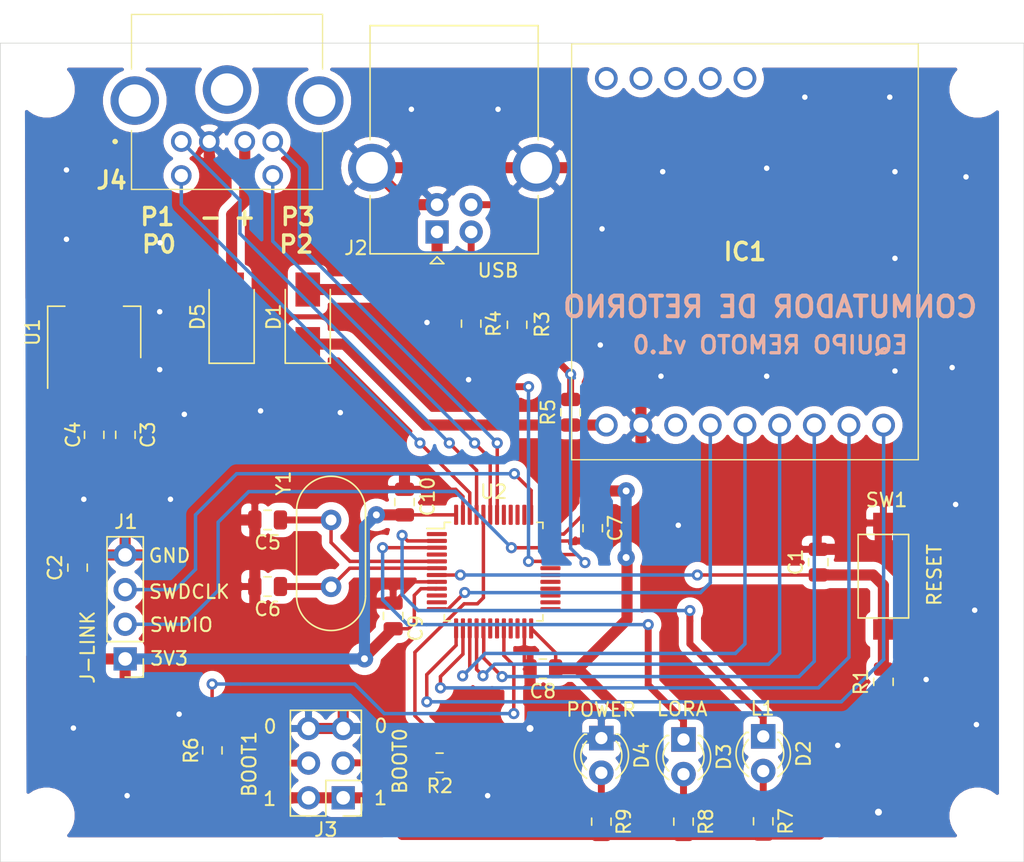
<source format=kicad_pcb>
(kicad_pcb (version 20171130) (host pcbnew "(5.1.5)-3")
  (layers (0 F.Cu signal) (31 B.Cu signal) (34 B.Paste user hide) (35 F.Paste user hide) (36 B.SilkS user) (37 F.SilkS user) (38 B.Mask user) (39 F.Mask user) (44 Edge.Cuts user))
  (net 0 "")
  (net 1 GND)
  (net 2 /RESET)
  (net 3 +3V3)
  (net 4 +5V)
  (net 5 /OSCIN)
  (net 6 /OSCOUT)
  (net 7 "Net-(D1-Pad2)")
  (net 8 "Net-(D2-Pad2)")
  (net 9 /L1)
  (net 10 "Net-(D3-Pad2)")
  (net 11 /L2)
  (net 12 "Net-(D4-Pad2)")
  (net 13 "Net-(IC1-Pad3)")
  (net 14 /INT)
  (net 15 /SCK)
  (net 16 /MISO)
  (net 17 /MOSI)
  (net 18 /NSS)
  (net 19 /RST)
  (net 20 "Net-(IC1-Pad10)")
  (net 21 "Net-(IC1-Pad11)")
  (net 22 "Net-(IC1-Pad12)")
  (net 23 "Net-(IC1-Pad13)")
  (net 24 "Net-(IC1-Pad14)")
  (net 25 /SWDCLK)
  (net 26 /SWDIO)
  (net 27 "Net-(J2-Pad3)")
  (net 28 "Net-(J2-Pad2)")
  (net 29 "Net-(J3-Pad4)")
  (net 30 "Net-(J3-Pad3)")
  (net 31 /P1)
  (net 32 /P2)
  (net 33 /P0)
  (net 34 /P3)
  (net 35 /BOOT0)
  (net 36 /PA12)
  (net 37 /PA11)
  (net 38 /BOOT1)
  (net 39 "Net-(U2-Pad41)")
  (net 40 "Net-(U2-Pad40)")
  (net 41 "Net-(U2-Pad39)")
  (net 42 "Net-(U2-Pad38)")
  (net 43 "Net-(U2-Pad31)")
  (net 44 "Net-(U2-Pad30)")
  (net 45 "Net-(U2-Pad29)")
  (net 46 "Net-(U2-Pad28)")
  (net 47 "Net-(U2-Pad27)")
  (net 48 "Net-(U2-Pad26)")
  (net 49 "Net-(U2-Pad25)")
  (net 50 "Net-(U2-Pad22)")
  (net 51 "Net-(U2-Pad21)")
  (net 52 "Net-(U2-Pad19)")
  (net 53 "Net-(U2-Pad18)")
  (net 54 "Net-(U2-Pad11)")
  (net 55 "Net-(U2-Pad10)")
  (net 56 "Net-(U2-Pad4)")
  (net 57 "Net-(U2-Pad1)")
  (net 58 "Net-(D5-Pad2)")
  (module Button_Switch_SMD:SW_SPST_CK_RS282G05A3 (layer F.Cu) (at 89.70264 64.0588 270)
    (fp_text reference SW1 (at -5.58292 -0.23368 180) (layer F.SilkS))
    (fp_text value SW_Reset)
    (pad 2 smd rect (at 3.9 0 270) (size 1.5 1.5) (layers F.Cu F.Paste F.Mask) (net 2 /RESET))
    (pad 1 smd rect (at -3.9 0 270) (size 1.5 1.5) (layers F.Cu F.Paste F.Mask) (net 1 GND))
  )
  (module Diode_SMD:D_SMA (layer F.Cu) (at 41.9481 45.05706 90)
    (fp_text reference D5 (at 0 -2.5 90) (layer F.SilkS))
    (fp_text value SS14)
    (pad 2 smd rect (at 2 0 90) (size 2.5 1.8) (layers F.Cu F.Paste F.Mask) (net 58 "Net-(D5-Pad2)"))
    (pad 1 smd rect (at -2 0 90) (size 2.5 1.8) (layers F.Cu F.Paste F.Mask) (net 4 +5V))
  )
  (module MountingHole:MountingHole_3mm (layer F.Cu) (at 96.6 28.4 180)
    (fp_text reference H4 hide)
    (fp_text value MountingHole hide)
    (pad "" np_thru_hole circle (at 0 -0.0032 180) (size 3 3) (drill 3) (layers *.Cu *.Mask))
  )
  (module MountingHole:MountingHole_3mm (layer F.Cu) (at 96.6 81.6)
    (fp_text reference H3 hide)
    (fp_text value MountingHole hide)
    (pad 1 np_thru_hole circle (at 0 0) (size 3 3) (drill 3) (layers *.Cu *.Mask))
  )
  (module MountingHole:MountingHole_3mm (layer F.Cu) (at 28.4 81.6)
    (fp_text reference H2 hide)
    (fp_text value MountingHole hide)
    (pad "" np_thru_hole circle (at -0.0072 0.0002) (size 3 3) (drill 3) (layers *.Cu *.Mask))
  )
  (module MountingHole:MountingHole_3mm (layer F.Cu) (at 28.4 28.4 180)
    (fp_text reference H1 hide)
    (fp_text value MountingHole hide)
    (pad 1 np_thru_hole circle (at 0 0 180) (size 3 3) (drill 3) (layers *.Cu *.Mask))
  )
  (module Crystal:Crystal_HC18-U_Vertical (layer F.Cu) (at 49.23282 59.93638 270)
    (fp_text reference Y1 (at -2.6924 3.4798 90) (layer F.SilkS))
    (fp_text value 8MHz)
    (pad 2 thru_hole circle (at 4.9 0 270) (size 1.5 1.5) (drill 0.8) (layers *.Cu *.Mask) (net 6 /OSCOUT))
    (pad 1 thru_hole circle (at 0 0 270) (size 1.5 1.5) (drill 0.8) (layers *.Cu *.Mask) (net 5 /OSCIN))
  )
  (module Package_QFP:LQFP-48_7x7mm_P0.5mm (layer F.Cu) (at 61.14542 63.72098)
    (fp_text reference U2 (at 0 -5.85) (layer F.SilkS))
    (fp_text value STM32F103C8Tx)
    (pad 48 smd roundrect (at -2.75 -4.1625) (size 0.3 1.475) (layers F.Cu F.Paste F.Mask) (net 3 +3V3))
    (pad 47 smd roundrect (at -2.25 -4.1625) (size 0.3 1.475) (layers F.Cu F.Paste F.Mask) (net 1 GND))
    (pad 46 smd roundrect (at -1.75 -4.1625) (size 0.3 1.475) (layers F.Cu F.Paste F.Mask) (net 33 /P0))
    (pad 45 smd roundrect (at -1.25 -4.1625) (size 0.3 1.475) (layers F.Cu F.Paste F.Mask) (net 31 /P1))
    (pad 44 smd roundrect (at -0.75 -4.1625) (size 0.3 1.475) (layers F.Cu F.Paste F.Mask) (net 35 /BOOT0))
    (pad 43 smd roundrect (at -0.25 -4.1625) (size 0.3 1.475) (layers F.Cu F.Paste F.Mask) (net 32 /P2))
    (pad 42 smd roundrect (at 0.25 -4.1625) (size 0.3 1.475) (layers F.Cu F.Paste F.Mask) (net 34 /P3))
    (pad 41 smd roundrect (at 0.75 -4.1625) (size 0.3 1.475) (layers F.Cu F.Paste F.Mask) (net 39 "Net-(U2-Pad41)"))
    (pad 40 smd roundrect (at 1.25 -4.1625) (size 0.3 1.475) (layers F.Cu F.Paste F.Mask) (net 40 "Net-(U2-Pad40)"))
    (pad 39 smd roundrect (at 1.75 -4.1625) (size 0.3 1.475) (layers F.Cu F.Paste F.Mask) (net 41 "Net-(U2-Pad39)"))
    (pad 38 smd roundrect (at 2.25 -4.1625) (size 0.3 1.475) (layers F.Cu F.Paste F.Mask) (net 42 "Net-(U2-Pad38)"))
    (pad 37 smd roundrect (at 2.75 -4.1625) (size 0.3 1.475) (layers F.Cu F.Paste F.Mask) (net 25 /SWDCLK))
    (pad 36 smd roundrect (at 4.1625 -2.75) (size 1.475 0.3) (layers F.Cu F.Paste F.Mask) (net 3 +3V3))
    (pad 35 smd roundrect (at 4.1625 -2.25) (size 1.475 0.3) (layers F.Cu F.Paste F.Mask) (net 1 GND))
    (pad 34 smd roundrect (at 4.1625 -1.75) (size 1.475 0.3) (layers F.Cu F.Paste F.Mask) (net 26 /SWDIO))
    (pad 33 smd roundrect (at 4.1625 -1.25) (size 1.475 0.3) (layers F.Cu F.Paste F.Mask) (net 36 /PA12))
    (pad 32 smd roundrect (at 4.1625 -0.75) (size 1.475 0.3) (layers F.Cu F.Paste F.Mask) (net 37 /PA11))
    (pad 31 smd roundrect (at 4.1625 -0.25) (size 1.475 0.3) (layers F.Cu F.Paste F.Mask) (net 43 "Net-(U2-Pad31)"))
    (pad 30 smd roundrect (at 4.1625 0.25) (size 1.475 0.3) (layers F.Cu F.Paste F.Mask) (net 44 "Net-(U2-Pad30)"))
    (pad 29 smd roundrect (at 4.1625 0.75) (size 1.475 0.3) (layers F.Cu F.Paste F.Mask) (net 45 "Net-(U2-Pad29)"))
    (pad 28 smd roundrect (at 4.1625 1.25) (size 1.475 0.3) (layers F.Cu F.Paste F.Mask) (net 46 "Net-(U2-Pad28)"))
    (pad 27 smd roundrect (at 4.1625 1.75) (size 1.475 0.3) (layers F.Cu F.Paste F.Mask) (net 47 "Net-(U2-Pad27)"))
    (pad 26 smd roundrect (at 4.1625 2.25) (size 1.475 0.3) (layers F.Cu F.Paste F.Mask) (net 48 "Net-(U2-Pad26)"))
    (pad 25 smd roundrect (at 4.1625 2.75) (size 1.475 0.3) (layers F.Cu F.Paste F.Mask) (net 49 "Net-(U2-Pad25)"))
    (pad 24 smd roundrect (at 2.75 4.1625) (size 0.3 1.475) (layers F.Cu F.Paste F.Mask) (net 3 +3V3))
    (pad 23 smd roundrect (at 2.25 4.1625) (size 0.3 1.475) (layers F.Cu F.Paste F.Mask) (net 1 GND))
    (pad 22 smd roundrect (at 1.75 4.1625) (size 0.3 1.475) (layers F.Cu F.Paste F.Mask) (net 50 "Net-(U2-Pad22)"))
    (pad 21 smd roundrect (at 1.25 4.1625) (size 0.3 1.475) (layers F.Cu F.Paste F.Mask) (net 51 "Net-(U2-Pad21)"))
    (pad 20 smd roundrect (at 0.75 4.1625) (size 0.3 1.475) (layers F.Cu F.Paste F.Mask) (net 38 /BOOT1))
    (pad 19 smd roundrect (at 0.25 4.1625) (size 0.3 1.475) (layers F.Cu F.Paste F.Mask) (net 52 "Net-(U2-Pad19)"))
    (pad 18 smd roundrect (at -0.25 4.1625) (size 0.3 1.475) (layers F.Cu F.Paste F.Mask) (net 53 "Net-(U2-Pad18)"))
    (pad 17 smd roundrect (at -0.75 4.1625) (size 0.3 1.475) (layers F.Cu F.Paste F.Mask) (net 17 /MOSI))
    (pad 16 smd roundrect (at -1.25 4.1625) (size 0.3 1.475) (layers F.Cu F.Paste F.Mask) (net 16 /MISO))
    (pad 15 smd roundrect (at -1.75 4.1625) (size 0.3 1.475) (layers F.Cu F.Paste F.Mask) (net 15 /SCK))
    (pad 14 smd roundrect (at -2.25 4.1625) (size 0.3 1.475) (layers F.Cu F.Paste F.Mask) (net 18 /NSS))
    (pad 13 smd roundrect (at -2.75 4.1625) (size 0.3 1.475) (layers F.Cu F.Paste F.Mask) (net 19 /RST))
    (pad 12 smd roundrect (at -4.1625 2.75) (size 1.475 0.3) (layers F.Cu F.Paste F.Mask) (net 14 /INT))
    (pad 11 smd roundrect (at -4.1625 2.25) (size 1.475 0.3) (layers F.Cu F.Paste F.Mask) (net 54 "Net-(U2-Pad11)"))
    (pad 10 smd roundrect (at -4.1625 1.75) (size 1.475 0.3) (layers F.Cu F.Paste F.Mask) (net 55 "Net-(U2-Pad10)"))
    (pad 9 smd roundrect (at -4.1625 1.25) (size 1.475 0.3) (layers F.Cu F.Paste F.Mask) (net 3 +3V3))
    (pad 8 smd roundrect (at -4.1625 0.75) (size 1.475 0.3) (layers F.Cu F.Paste F.Mask) (net 1 GND))
    (pad 7 smd roundrect (at -4.1625 0.25) (size 1.475 0.3) (layers F.Cu F.Paste F.Mask) (net 2 /RESET))
    (pad 6 smd roundrect (at -4.1625 -0.25) (size 1.475 0.3) (layers F.Cu F.Paste F.Mask) (net 6 /OSCOUT))
    (pad 5 smd roundrect (at -4.1625 -0.75) (size 1.475 0.3) (layers F.Cu F.Paste F.Mask) (net 5 /OSCIN))
    (pad 4 smd roundrect (at -4.1625 -1.25) (size 1.475 0.3) (layers F.Cu F.Paste F.Mask) (net 56 "Net-(U2-Pad4)"))
    (pad 3 smd roundrect (at -4.1625 -1.75) (size 1.475 0.3) (layers F.Cu F.Paste F.Mask) (net 11 /L2))
    (pad 2 smd roundrect (at -4.1625 -2.25) (size 1.475 0.3) (layers F.Cu F.Paste F.Mask) (net 9 /L1))
    (pad 1 smd roundrect (at -4.1625 -2.75) (size 1.475 0.3) (layers F.Cu F.Paste F.Mask) (net 57 "Net-(U2-Pad1)"))
  )
  (module Package_TO_SOT_SMD:SOT-223-3_TabPin2 (layer F.Cu) (at 31.877 46.18482 90)
    (fp_text reference U1 (at 0 -4.5 90) (layer F.SilkS))
    (fp_text value AMS1117-3.3)
    (pad 1 smd rect (at -3.15 -2.3 90) (size 2 1.5) (layers F.Cu F.Paste F.Mask) (net 1 GND))
    (pad 3 smd rect (at -3.15 2.3 90) (size 2 1.5) (layers F.Cu F.Paste F.Mask) (net 4 +5V))
    (pad 2 smd rect (at -3.15 0 90) (size 2 1.5) (layers F.Cu F.Paste F.Mask) (net 3 +3V3))
    (pad 2 smd rect (at 3.15 0 90) (size 2 3.8) (layers F.Cu F.Paste F.Mask) (net 3 +3V3))
  )
  (module Resistor_SMD:R_0805_2012Metric (layer F.Cu) (at 69.0372 82.042 270)
    (fp_text reference R9 (at 0 -1.65 90) (layer F.SilkS))
    (fp_text value 1K)
    (pad 2 smd roundrect (at 0.9375 0 270) (size 0.975 1.4) (layers F.Cu F.Paste F.Mask) (net 3 +3V3))
    (pad 1 smd roundrect (at -0.9375 0 270) (size 0.975 1.4) (layers F.Cu F.Paste F.Mask) (net 12 "Net-(D4-Pad2)"))
  )
  (module Resistor_SMD:R_0805_2012Metric (layer F.Cu) (at 75.057 82.042 270)
    (fp_text reference R8 (at 0 -1.65 90) (layer F.SilkS))
    (fp_text value 1K)
    (pad 2 smd roundrect (at 0.9375 0 270) (size 0.975 1.4) (layers F.Cu F.Paste F.Mask) (net 3 +3V3))
    (pad 1 smd roundrect (at -0.9375 0 270) (size 0.975 1.4) (layers F.Cu F.Paste F.Mask) (net 10 "Net-(D3-Pad2)"))
  )
  (module Resistor_SMD:R_0805_2012Metric (layer F.Cu) (at 80.899 82.0166 270)
    (fp_text reference R7 (at 0 -1.65 90) (layer F.SilkS))
    (fp_text value 1K)
    (pad 2 smd roundrect (at 0.9375 0 270) (size 0.975 1.4) (layers F.Cu F.Paste F.Mask) (net 3 +3V3))
    (pad 1 smd roundrect (at -0.9375 0 270) (size 0.975 1.4) (layers F.Cu F.Paste F.Mask) (net 8 "Net-(D2-Pad2)"))
  )
  (module Resistor_SMD:R_0805_2012Metric (layer F.Cu) (at 40.53332 76.8223 270)
    (fp_text reference R6 (at 0.00762 1.55702 90) (layer F.SilkS))
    (fp_text value 100K)
    (pad 2 smd roundrect (at 0.9375 0 270) (size 0.975 1.4) (layers F.Cu F.Paste F.Mask) (net 29 "Net-(J3-Pad4)"))
    (pad 1 smd roundrect (at -0.9375 0 270) (size 0.975 1.4) (layers F.Cu F.Paste F.Mask) (net 38 /BOOT1))
  )
  (module Resistor_SMD:R_0805_2012Metric (layer F.Cu) (at 66.78168 52.0446 90)
    (fp_text reference R5 (at 0 -1.65 90) (layer F.SilkS))
    (fp_text value 10K)
    (pad 2 smd roundrect (at 0.9375 0 90) (size 0.975 1.4) (layers F.Cu F.Paste F.Mask) (net 36 /PA12))
    (pad 1 smd roundrect (at -0.9375 0 90) (size 0.975 1.4) (layers F.Cu F.Paste F.Mask) (net 4 +5V))
  )
  (module Resistor_SMD:R_0805_2012Metric (layer F.Cu) (at 59.4995 45.55236 270)
    (fp_text reference R4 (at 0 -1.65 90) (layer F.SilkS))
    (fp_text value 20R)
    (pad 2 smd roundrect (at 0.9375 0 270) (size 0.975 1.4) (layers F.Cu F.Paste F.Mask) (net 37 /PA11))
    (pad 1 smd roundrect (at -0.9375 0 270) (size 0.975 1.4) (layers F.Cu F.Paste F.Mask) (net 28 "Net-(J2-Pad2)"))
  )
  (module Resistor_SMD:R_0805_2012Metric (layer F.Cu) (at 62.865 45.63364 90)
    (fp_text reference R3 (at 0.0254 1.8288 90) (layer F.SilkS))
    (fp_text value 20R)
    (pad 2 smd roundrect (at 0.9375 0 90) (size 0.975 1.4) (layers F.Cu F.Paste F.Mask) (net 27 "Net-(J2-Pad3)"))
    (pad 1 smd roundrect (at -0.9375 0 90) (size 0.975 1.4) (layers F.Cu F.Paste F.Mask) (net 36 /PA12))
  )
  (module Resistor_SMD:R_0805_2012Metric (layer F.Cu) (at 57.18556 77.73162)
    (fp_text reference R2 (at 0.01524 1.69672) (layer F.SilkS))
    (fp_text value 100K)
    (pad 2 smd roundrect (at 0.9375 0) (size 0.975 1.4) (layers F.Cu F.Paste F.Mask) (net 35 /BOOT0))
    (pad 1 smd roundrect (at -0.9375 0) (size 0.975 1.4) (layers F.Cu F.Paste F.Mask) (net 30 "Net-(J3-Pad3)"))
  )
  (module Resistor_SMD:R_0805_2012Metric (layer F.Cu) (at 89.70772 71.79818 90)
    (fp_text reference R1 (at 0 -1.65 90) (layer F.SilkS))
    (fp_text value 10K)
    (pad 2 smd roundrect (at 0.9375 0 90) (size 0.975 1.4) (layers F.Cu F.Paste F.Mask) (net 2 /RESET))
    (pad 1 smd roundrect (at -0.9375 0 90) (size 0.975 1.4) (layers F.Cu F.Paste F.Mask) (net 3 +3V3))
  )
  (module "Modulos Varios:Mini-Din-6" (layer F.Cu) (at 40.3098 32.2072 180)
    (fp_text reference J4 (at 7.1628 -2.8448) (layer F.SilkS) (effects (font (size 1.27 1.27) (thickness 0.254))))
    (fp_text value Mini-DIN-6 hide)
    (pad MH3 thru_hole circle (at -8.06 3 180) (size 3.555 3.555) (drill 2.37) (layers *.Cu *.Mask))
    (pad MH2 thru_hole circle (at -1.3 3.81 180) (size 3.555 3.555) (drill 2.37) (layers *.Cu *.Mask))
    (pad MH1 thru_hole circle (at 5.46 3 180) (size 3.555 3.555) (drill 2.37) (layers *.Cu *.Mask))
    (pad 6 thru_hole circle (at -4.65 -2.49 180) (size 1.509 1.509) (drill 0.97) (layers *.Cu *.Mask) (net 32 /P2))
    (pad 5 thru_hole circle (at 2.05 -2.49 180) (size 1.509 1.509) (drill 0.97) (layers *.Cu *.Mask) (net 33 /P0))
    (pad 4 thru_hole circle (at -4.65 0 180) (size 1.509 1.509) (drill 0.97) (layers *.Cu *.Mask) (net 34 /P3))
    (pad 3 thru_hole circle (at 2.05 0 180) (size 1.509 1.509) (drill 0.97) (layers *.Cu *.Mask) (net 31 /P1))
    (pad 2 thru_hole circle (at -2.6 0 180) (size 1.509 1.509) (drill 0.97) (layers *.Cu *.Mask) (net 58 "Net-(D5-Pad2)"))
    (pad 1 thru_hole circle (at 0 0 180) (size 1.509 1.509) (drill 0.97) (layers *.Cu *.Mask) (net 1 GND))
  )
  (module Connector_PinHeader_2.54mm:PinHeader_2x03_P2.54mm_Vertical (layer F.Cu) (at 50.12182 80.29448 180)
    (fp_text reference J3 (at 1.27 -2.33) (layer F.SilkS))
    (fp_text value Boot_Selector)
    (pad 6 thru_hole oval (at 2.54 5.08 180) (size 1.7 1.7) (drill 1) (layers *.Cu *.Mask) (net 1 GND))
    (pad 5 thru_hole oval (at 0 5.08 180) (size 1.7 1.7) (drill 1) (layers *.Cu *.Mask) (net 1 GND))
    (pad 4 thru_hole oval (at 2.54 2.54 180) (size 1.7 1.7) (drill 1) (layers *.Cu *.Mask) (net 29 "Net-(J3-Pad4)"))
    (pad 3 thru_hole oval (at 0 2.54 180) (size 1.7 1.7) (drill 1) (layers *.Cu *.Mask) (net 30 "Net-(J3-Pad3)"))
    (pad 2 thru_hole oval (at 2.54 0 180) (size 1.7 1.7) (drill 1) (layers *.Cu *.Mask) (net 3 +3V3))
    (pad 1 thru_hole rect (at 0 0 180) (size 1.7 1.7) (drill 1) (layers *.Cu *.Mask) (net 3 +3V3))
  )
  (module "Modulos Varios:conector_USB_tipoB" (layer F.Cu) (at 57 38.735 90)
    (fp_text reference J2 (at -1.27 -5.946 180) (layer F.SilkS))
    (fp_text value USB_B)
    (pad 3 thru_hole circle (at 1.9 2.5 90) (size 1.7 1.7) (drill 0.92) (layers *.Cu *.Mask) (net 27 "Net-(J2-Pad3)"))
    (pad 5 thru_hole circle (at 4.61 -4.77 90) (size 3.5 3.5) (drill 2.33) (layers *.Cu *.Mask) (net 1 GND))
    (pad 4 thru_hole circle (at 1.9 0 90) (size 1.7 1.7) (drill 0.92) (layers *.Cu *.Mask) (net 1 GND))
    (pad 1 thru_hole rect (at -0.1 0 90) (size 1.7 1.7) (drill 0.92) (layers *.Cu *.Mask) (net 7 "Net-(D1-Pad2)"))
    (pad 2 thru_hole circle (at -0.1 2.5 90) (size 1.7 1.7) (drill 0.92) (layers *.Cu *.Mask) (net 28 "Net-(J2-Pad2)"))
    (pad 5 thru_hole circle (at 4.61 7.27 90) (size 3.5 3.5) (drill 2.33) (layers *.Cu *.Mask) (net 1 GND))
  )
  (module Connector_PinHeader_2.54mm:PinHeader_1x04_P2.54mm_Vertical (layer F.Cu) (at 34.14522 70.11924 180)
    (fp_text reference J1 (at -0.05588 10.05078) (layer F.SilkS))
    (fp_text value J-Link)
    (pad 4 thru_hole oval (at 0 7.62 180) (size 1.7 1.7) (drill 1) (layers *.Cu *.Mask) (net 1 GND))
    (pad 3 thru_hole oval (at 0 5.08 180) (size 1.7 1.7) (drill 1) (layers *.Cu *.Mask) (net 25 /SWDCLK))
    (pad 2 thru_hole oval (at 0 2.54 180) (size 1.7 1.7) (drill 1) (layers *.Cu *.Mask) (net 26 /SWDIO))
    (pad 1 thru_hole rect (at 0 0 180) (size 1.7 1.7) (drill 1) (layers *.Cu *.Mask) (net 3 +3V3))
  )
  (module RFM95W:RFM95W (layer F.Cu) (at 69.4 52.9844)
    (fp_text reference IC1 (at 10.16 -12.7) (layer F.SilkS) (effects (font (size 1.27 1.27) (thickness 0.254))))
    (fp_text value RFM95W hide)
    (pad 1 thru_hole circle (at 0 0) (size 1.665 1.665) (drill 1.11) (layers *.Cu *.Mask) (net 4 +5V))
    (pad 2 thru_hole circle (at 2.54 0) (size 1.665 1.665) (drill 1.11) (layers *.Cu *.Mask) (net 1 GND))
    (pad 3 thru_hole circle (at 5.08 0) (size 1.665 1.665) (drill 1.11) (layers *.Cu *.Mask) (net 13 "Net-(IC1-Pad3)"))
    (pad 4 thru_hole circle (at 7.62 0) (size 1.665 1.665) (drill 1.11) (layers *.Cu *.Mask) (net 14 /INT))
    (pad 5 thru_hole circle (at 10.16 0) (size 1.665 1.665) (drill 1.11) (layers *.Cu *.Mask) (net 15 /SCK))
    (pad 6 thru_hole circle (at 12.7 0) (size 1.665 1.665) (drill 1.11) (layers *.Cu *.Mask) (net 16 /MISO))
    (pad 7 thru_hole circle (at 15.24 0) (size 1.665 1.665) (drill 1.11) (layers *.Cu *.Mask) (net 17 /MOSI))
    (pad 8 thru_hole circle (at 17.78 0) (size 1.665 1.665) (drill 1.11) (layers *.Cu *.Mask) (net 18 /NSS))
    (pad 9 thru_hole circle (at 20.32 0) (size 1.665 1.665) (drill 1.11) (layers *.Cu *.Mask) (net 19 /RST))
    (pad 10 thru_hole circle (at 0 -25.4) (size 1.665 1.665) (drill 1.11) (layers *.Cu *.Mask) (net 20 "Net-(IC1-Pad10)"))
    (pad 11 thru_hole circle (at 2.54 -25.4) (size 1.665 1.665) (drill 1.11) (layers *.Cu *.Mask) (net 21 "Net-(IC1-Pad11)"))
    (pad 12 thru_hole circle (at 5.08 -25.4) (size 1.665 1.665) (drill 1.11) (layers *.Cu *.Mask) (net 22 "Net-(IC1-Pad12)"))
    (pad 13 thru_hole circle (at 7.62 -25.4) (size 1.665 1.665) (drill 1.11) (layers *.Cu *.Mask) (net 23 "Net-(IC1-Pad13)"))
    (pad 14 thru_hole circle (at 10.16 -25.4) (size 1.665 1.665) (drill 1.11) (layers *.Cu *.Mask) (net 24 "Net-(IC1-Pad14)"))
  )
  (module LED_THT:LED_D3.0mm_Clear (layer F.Cu) (at 69.0372 75.9206 270)
    (fp_text reference D4 (at 1.27 -2.96 90) (layer F.SilkS))
    (fp_text value LED)
    (pad 2 thru_hole circle (at 2.54 0 270) (size 1.8 1.8) (drill 0.9) (layers *.Cu *.Mask) (net 12 "Net-(D4-Pad2)"))
    (pad 1 thru_hole rect (at 0 0 270) (size 1.8 1.8) (drill 0.9) (layers *.Cu *.Mask) (net 1 GND))
  )
  (module LED_THT:LED_D3.0mm (layer F.Cu) (at 75.057 76.0222 270)
    (fp_text reference D3 (at 1.27 -2.96 90) (layer F.SilkS))
    (fp_text value LED)
    (pad 2 thru_hole circle (at 2.54 0 270) (size 1.8 1.8) (drill 0.9) (layers *.Cu *.Mask) (net 10 "Net-(D3-Pad2)"))
    (pad 1 thru_hole rect (at 0 0 270) (size 1.8 1.8) (drill 0.9) (layers *.Cu *.Mask) (net 11 /L2))
  )
  (module LED_THT:LED_D3.0mm (layer F.Cu) (at 80.899 75.7936 270)
    (fp_text reference D2 (at 1.27 -2.96 90) (layer F.SilkS))
    (fp_text value LED)
    (pad 2 thru_hole circle (at 2.54 0 270) (size 1.8 1.8) (drill 0.9) (layers *.Cu *.Mask) (net 8 "Net-(D2-Pad2)"))
    (pad 1 thru_hole rect (at 0 0 270) (size 1.8 1.8) (drill 0.9) (layers *.Cu *.Mask) (net 9 /L1))
  )
  (module Diode_SMD:D_SMA (layer F.Cu) (at 47.52594 45.05198 90)
    (fp_text reference D1 (at 0 -2.5 90) (layer F.SilkS))
    (fp_text value SS14)
    (pad 2 smd rect (at 2 0 90) (size 2.5 1.8) (layers F.Cu F.Paste F.Mask) (net 7 "Net-(D1-Pad2)"))
    (pad 1 smd rect (at -2 0 90) (size 2.5 1.8) (layers F.Cu F.Paste F.Mask) (net 4 +5V))
  )
  (module Capacitor_SMD:C_0805_2012Metric (layer F.Cu) (at 54.61254 58.62574 90)
    (fp_text reference C10 (at 0.40386 1.69672 90) (layer F.SilkS))
    (fp_text value 104)
    (pad 2 smd roundrect (at 0.9375 0 90) (size 0.975 1.4) (layers F.Cu F.Paste F.Mask) (net 1 GND))
    (pad 1 smd roundrect (at -0.9375 0 90) (size 0.975 1.4) (layers F.Cu F.Paste F.Mask) (net 3 +3V3))
  )
  (module Capacitor_SMD:C_0805_2012Metric (layer F.Cu) (at 53.78196 66.96964 90)
    (fp_text reference C9 (at -0.90678 1.651 90) (layer F.SilkS))
    (fp_text value 104)
    (pad 2 smd roundrect (at 0.9375 0 90) (size 0.975 1.4) (layers F.Cu F.Paste F.Mask) (net 1 GND))
    (pad 1 smd roundrect (at -0.9375 0 90) (size 0.975 1.4) (layers F.Cu F.Paste F.Mask) (net 3 +3V3))
  )
  (module Capacitor_SMD:C_0805_2012Metric (layer F.Cu) (at 64.75222 70.83806 180)
    (fp_text reference C8 (at 0 -1.65) (layer F.SilkS))
    (fp_text value 104)
    (pad 2 smd roundrect (at 0.9375 0 180) (size 0.975 1.4) (layers F.Cu F.Paste F.Mask) (net 1 GND))
    (pad 1 smd roundrect (at -0.9375 0 180) (size 0.975 1.4) (layers F.Cu F.Paste F.Mask) (net 3 +3V3))
  )
  (module Capacitor_SMD:C_0805_2012Metric (layer F.Cu) (at 68.40474 60.5409 270)
    (fp_text reference C7 (at 0 -1.65 90) (layer F.SilkS))
    (fp_text value 104)
    (pad 2 smd roundrect (at 0.9375 0 270) (size 0.975 1.4) (layers F.Cu F.Paste F.Mask) (net 1 GND))
    (pad 1 smd roundrect (at -0.9375 0 270) (size 0.975 1.4) (layers F.Cu F.Paste F.Mask) (net 3 +3V3))
  )
  (module Capacitor_SMD:C_0805_2012Metric (layer F.Cu) (at 44.58462 64.81318 180)
    (fp_text reference C6 (at 0 -1.65) (layer F.SilkS))
    (fp_text value 22pF)
    (pad 2 smd roundrect (at 0.9375 0 180) (size 0.975 1.4) (layers F.Cu F.Paste F.Mask) (net 1 GND))
    (pad 1 smd roundrect (at -0.9375 0 180) (size 0.975 1.4) (layers F.Cu F.Paste F.Mask) (net 6 /OSCOUT))
  )
  (module Capacitor_SMD:C_0805_2012Metric (layer F.Cu) (at 44.58462 59.93638 180)
    (fp_text reference C5 (at 0 -1.65) (layer F.SilkS))
    (fp_text value 22pF)
    (pad 2 smd roundrect (at 0.9375 0 180) (size 0.975 1.4) (layers F.Cu F.Paste F.Mask) (net 1 GND))
    (pad 1 smd roundrect (at -0.9375 0 180) (size 0.975 1.4) (layers F.Cu F.Paste F.Mask) (net 5 /OSCIN))
  )
  (module Capacitor_SMD:C_0805_2012Metric (layer F.Cu) (at 31.877 53.69814 270)
    (fp_text reference C4 (at 0 1.5494 90) (layer F.SilkS))
    (fp_text value 10uF)
    (pad 2 smd roundrect (at 0.9375 0 270) (size 0.975 1.4) (layers F.Cu F.Paste F.Mask) (net 1 GND))
    (pad 1 smd roundrect (at -0.9375 0 270) (size 0.975 1.4) (layers F.Cu F.Paste F.Mask) (net 3 +3V3))
  )
  (module Capacitor_SMD:C_0805_2012Metric (layer F.Cu) (at 34.163 53.69814 270)
    (fp_text reference C3 (at 0 -1.65 90) (layer F.SilkS))
    (fp_text value 22uF)
    (pad 2 smd roundrect (at 0.9375 0 270) (size 0.975 1.4) (layers F.Cu F.Paste F.Mask) (net 1 GND))
    (pad 1 smd roundrect (at -0.9375 0 270) (size 0.975 1.4) (layers F.Cu F.Paste F.Mask) (net 4 +5V))
  )
  (module Capacitor_SMD:C_0805_2012Metric (layer F.Cu) (at 30.6578 63.42888 90)
    (fp_text reference C2 (at 0 -1.65 90) (layer F.SilkS))
    (fp_text value 104)
    (pad 2 smd roundrect (at 0.9375 0 90) (size 0.975 1.4) (layers F.Cu F.Paste F.Mask) (net 1 GND))
    (pad 1 smd roundrect (at -0.9375 0 90) (size 0.975 1.4) (layers F.Cu F.Paste F.Mask) (net 3 +3V3))
  )
  (module Capacitor_SMD:C_0805_2012Metric (layer F.Cu) (at 84.93252 63.02502 90)
    (fp_text reference C1 (at 0 -1.65 90) (layer F.SilkS))
    (fp_text value 105)
    (pad 2 smd roundrect (at 0.9375 0 90) (size 0.975 1.4) (layers F.Cu F.Paste F.Mask) (net 1 GND))
    (pad 1 smd roundrect (at -0.9375 0 90) (size 0.975 1.4) (layers F.Cu F.Paste F.Mask) (net 2 /RESET))
  )
  (gr_text "P1  - +  P3\nP0        P2" (at 41.656 38.735) (layer F.SilkS) (effects (font (size 1.25 1.25) (thickness 0.25))))
  (gr_text "EQUIPO REMOTO v1.0" (at 81.407 47.117) (layer B.SilkS) (effects (font (size 1.25 1.25) (thickness 0.25)) (justify mirror)))
  (gr_text "CONMUTADOR DE RETORNO" (at 81.407 44.323) (layer B.SilkS) (effects (font (size 1.5 1.5) (thickness 0.3)) (justify mirror)))
  (gr_text USB (at 61.468 41.656) (layer F.SilkS) (effects (font (size 1 1))))
  (gr_text L1 (at 80.85074 73.74636) (layer F.SilkS) (effects (font (size 1 1))))
  (gr_text LORA (at 74.9554 73.79208) (layer F.SilkS) (effects (font (size 1 1))))
  (gr_text POWER (at 69.01434 73.83526) (layer F.SilkS) (effects (font (size 1 1))))
  (gr_text RESET (at 93.44406 63.9699 90) (layer F.SilkS) (effects (font (size 1 1))))
  (gr_text J-LINK (at 31.39694 69.26326 90) (layer F.SilkS) (effects (font (size 1 1))))
  (gr_text 3V3 (at 37.37102 70.08876) (layer F.SilkS) (effects (font (size 1 1))))
  (gr_text SWDIO (at 38.26002 67.61988) (layer F.SilkS) (effects (font (size 1 1))))
  (gr_text SWDCLK (at 38.84676 65.19926) (layer F.SilkS) (effects (font (size 1 1))))
  (gr_text GND (at 37.39642 62.55258) (layer F.SilkS) (effects (font (size 1 1))))
  (gr_text 1 (at 52.86502 80.31988) (layer F.SilkS) (effects (font (size 1 1))))
  (gr_text 0 (at 52.89042 74.93508 180) (layer F.SilkS) (effects (font (size 1 1))))
  (gr_text BOOT1 (at 43.24096 77.82306 90) (layer F.SilkS) (effects (font (size 1 1))))
  (gr_text BOOT0 (at 54.27726 77.60462 90) (layer F.SilkS) (effects (font (size 1 1))))
  (gr_text 1 (at 44.73702 80.37068) (layer F.SilkS) (effects (font (size 1 1))))
  (gr_text 0 (at 44.76242 74.98588 180) (layer F.SilkS) (effects (font (size 1 1))))
  (gr_line (start 25 25) (end 25 85) (layer Edge.Cuts) (width 0.05))
  (gr_line (start 25 85) (end 100 85) (layer Edge.Cuts) (width 0.05))
  (gr_line (start 100 25) (end 100 85) (layer Edge.Cuts) (width 0.05))
  (gr_line (start 25 25) (end 100 25) (layer Edge.Cuts) (width 0.05))
  (segment (start 64.27 34.125) (end 52.23 34.125) (width 0.8128) (layer F.Cu) (net 1))
  (segment (start 54.94 36.835) (end 52.23 34.125) (width 0.8128) (layer F.Cu) (net 1))
  (segment (start 57 36.835) (end 54.94 36.835) (width 0.8128) (layer F.Cu) (net 1))
  (segment (start 34.163 54.63564) (end 31.877 54.63564) (width 0.8128) (layer F.Cu) (net 1))
  (segment (start 31.877 54.63564) (end 30.42944 54.63564) (width 0.8128) (layer F.Cu) (net 1))
  (segment (start 29.577 53.7832) (end 29.577 49.33482) (width 0.8128) (layer F.Cu) (net 1))
  (segment (start 30.42944 54.63564) (end 29.577 53.7832) (width 0.8128) (layer F.Cu) (net 1))
  (segment (start 34.14522 54.65342) (end 34.163 54.63564) (width 0.508) (layer F.Cu) (net 1))
  (segment (start 34.14522 62.49924) (end 34.14522 54.65342) (width 0.8128) (layer F.Cu) (net 1))
  (segment (start 34.14752 62.50154) (end 34.14522 62.49924) (width 0.508) (layer F.Cu) (net 1))
  (segment (start 43.64712 59.93638) (end 43.64712 64.81318) (width 0.8128) (layer F.Cu) (net 1))
  (segment (start 63.39542 70.87342) (end 63.39816 70.87616) (width 0.254) (layer F.Cu) (net 1))
  (segment (start 65.31534 61.4784) (end 65.30792 61.47098) (width 0.254) (layer F.Cu) (net 1))
  (segment (start 68.40474 61.4784) (end 65.31534 61.4784) (width 0.254) (layer F.Cu) (net 1))
  (segment (start 56.96274 64.47098) (end 56.93975 64.49397) (width 0.254) (layer F.Cu) (net 1))
  (segment (start 56.98292 64.47098) (end 56.96274 64.47098) (width 0.254) (layer F.Cu) (net 1))
  (segment (start 47.58182 75.21448) (end 50.12182 75.21448) (width 0.8128) (layer F.Cu) (net 1))
  (segment (start 71.94 52.9844) (end 71.94 37.84812) (width 0.8128) (layer F.Cu) (net 1))
  (segment (start 68.21688 34.125) (end 64.27 34.125) (width 0.8128) (layer F.Cu) (net 1))
  (segment (start 71.94 37.84812) (end 68.21688 34.125) (width 0.8128) (layer F.Cu) (net 1))
  (segment (start 84.95964 62.0604) (end 84.93252 62.08752) (width 0.508) (layer F.Cu) (net 1))
  (segment (start 94.98542 37.84812) (end 96.9772 39.8399) (width 0.8128) (layer F.Cu) (net 1))
  (segment (start 71.94 37.84812) (end 94.98542 37.84812) (width 0.8128) (layer F.Cu) (net 1))
  (segment (start 96.9772 39.8399) (end 96.9772 60.01258) (width 0.8128) (layer F.Cu) (net 1))
  (segment (start 96.9772 60.01258) (end 94.92938 62.0604) (width 0.8128) (layer F.Cu) (net 1))
  (segment (start 30.66566 62.49924) (end 30.6578 62.49138) (width 0.508) (layer F.Cu) (net 1))
  (segment (start 34.14522 62.49924) (end 30.66566 62.49924) (width 0.8128) (layer F.Cu) (net 1))
  (segment (start 53.78196 66.03214) (end 51.62066 66.03214) (width 0.8128) (layer F.Cu) (net 1))
  (segment (start 50.12182 67.53098) (end 50.12182 75.21448) (width 0.8128) (layer F.Cu) (net 1))
  (segment (start 51.62066 66.03214) (end 50.12182 67.53098) (width 0.8128) (layer F.Cu) (net 1))
  (segment (start 55.31254 57.68824) (end 55.31532 57.69102) (width 0.254) (layer F.Cu) (net 1))
  (segment (start 54.61254 57.68824) (end 55.31254 57.68824) (width 0.254) (layer F.Cu) (net 1))
  (segment (start 55.31532 57.69102) (end 58.3692 57.69102) (width 0.254) (layer F.Cu) (net 1))
  (segment (start 58.89542 58.21724) (end 58.89542 59.55848) (width 0.254) (layer F.Cu) (net 1))
  (segment (start 58.3692 57.69102) (end 58.89542 58.21724) (width 0.254) (layer F.Cu) (net 1))
  (segment (start 50.12182 75.21448) (end 63.81242 75.21448) (width 0.8128) (layer B.Cu) (net 1))
  (segment (start 64.51854 75.9206) (end 69.0372 75.9206) (width 0.8128) (layer B.Cu) (net 1))
  (segment (start 63.81242 75.21448) (end 63.81242 75.21448) (width 0.508) (layer B.Cu) (net 1))
  (segment (start 63.81472 71.53806) (end 63.81242 71.54036) (width 0.508) (layer F.Cu) (net 1))
  (segment (start 63.81242 71.54036) (end 63.81242 75.21448) (width 0.8128) (layer F.Cu) (net 1))
  (segment (start 63.81472 70.83806) (end 63.81472 71.53806) (width 0.508) (layer F.Cu) (net 1))
  (segment (start 63.81242 75.21448) (end 64.51854 75.9206) (width 0.8128) (layer B.Cu) (net 1))
  (via (at 63.81242 75.21448) (size 1.27) (drill 0.508) (layers F.Cu B.Cu) (net 1))
  (segment (start 63.39542 70.41876) (end 63.81472 70.83806) (width 0.254) (layer F.Cu) (net 1))
  (segment (start 63.39542 67.88348) (end 63.39542 70.41876) (width 0.254) (layer F.Cu) (net 1))
  (segment (start 34.863 54.63564) (end 34.163 54.63564) (width 0.508) (layer F.Cu) (net 1))
  (segment (start 50.12182 67.53098) (end 44.26966 67.53098) (width 0.8128) (layer F.Cu) (net 1))
  (segment (start 43.64712 66.90844) (end 43.64712 64.81318) (width 0.8128) (layer F.Cu) (net 1))
  (segment (start 44.26966 67.53098) (end 43.64712 66.90844) (width 0.8128) (layer F.Cu) (net 1))
  (segment (start 94.92938 62.0604) (end 94.92938 75.75862) (width 0.8128) (layer F.Cu) (net 1))
  (via (at 89.34196 81.34604) (size 1.27) (drill 0.508) (layers F.Cu B.Cu) (net 1))
  (segment (start 94.92938 75.75862) (end 89.34196 81.34604) (width 0.8128) (layer F.Cu) (net 1))
  (segment (start 89.34196 81.34604) (end 65.58788 81.34604) (width 0.8128) (layer B.Cu) (net 1))
  (segment (start 63.81242 79.57058) (end 63.81242 75.21448) (width 0.8128) (layer B.Cu) (net 1))
  (segment (start 65.58788 81.34604) (end 63.81242 79.57058) (width 0.8128) (layer B.Cu) (net 1))
  (segment (start 39.04638 54.63564) (end 52.82716 54.63564) (width 0.8128) (layer F.Cu) (net 1))
  (segment (start 54.61254 56.42102) (end 54.61254 57.68824) (width 0.8128) (layer F.Cu) (net 1))
  (segment (start 52.82716 54.63564) (end 54.61254 56.42102) (width 0.8128) (layer F.Cu) (net 1))
  (segment (start 34.14522 62.49924) (end 38.23208 62.49924) (width 0.8128) (layer F.Cu) (net 1))
  (segment (start 40.79494 59.93638) (end 43.64712 59.93638) (width 0.8128) (layer F.Cu) (net 1))
  (segment (start 38.23208 62.49924) (end 40.79494 59.93638) (width 0.8128) (layer F.Cu) (net 1))
  (segment (start 69.10474 61.4784) (end 69.10498 61.47816) (width 0.8128) (layer F.Cu) (net 1))
  (segment (start 68.40474 61.4784) (end 69.10474 61.4784) (width 0.8128) (layer F.Cu) (net 1))
  (segment (start 69.10498 61.47816) (end 69.82968 61.47816) (width 0.8128) (layer F.Cu) (net 1))
  (segment (start 69.82968 61.47816) (end 72.6059 58.70194) (width 0.8128) (layer F.Cu) (net 1))
  (segment (start 72.6059 58.70194) (end 72.6059 56.15686) (width 0.8128) (layer F.Cu) (net 1))
  (segment (start 71.94 55.49096) (end 71.94 52.9844) (width 0.8128) (layer F.Cu) (net 1))
  (segment (start 72.6059 56.15686) (end 71.94 55.49096) (width 0.8128) (layer F.Cu) (net 1))
  (segment (start 55.34312 64.47098) (end 56.98292 64.47098) (width 0.254) (layer F.Cu) (net 1))
  (segment (start 53.78196 66.03214) (end 55.34312 64.47098) (width 0.254) (layer F.Cu) (net 1))
  (segment (start 94.90226 62.08752) (end 94.92938 62.0604) (width 0.8128) (layer F.Cu) (net 1))
  (segment (start 89.70264 60.1588) (end 89.70264 61.7216) (width 1.27) (layer F.Cu) (net 1))
  (segment (start 89.70264 61.7216) (end 89.73058 61.74954) (width 0.8128) (layer F.Cu) (net 1))
  (segment (start 84.93252 62.08752) (end 89.73058 62.08522) (width 0.8128) (layer F.Cu) (net 1))
  (segment (start 89.73058 61.74954) (end 89.73058 62.08522) (width 0.8128) (layer F.Cu) (net 1))
  (segment (start 89.73058 62.08522) (end 94.90226 62.08752) (width 0.8128) (layer F.Cu) (net 1))
  (via (at 29.845 34.29) (size 0.8) (drill 0.4) (layers F.Cu B.Cu) (net 1))
  (via (at 29.845 39.37) (size 0.8) (drill 0.4) (layers F.Cu B.Cu) (net 1))
  (via (at 31.115 58.42) (size 0.8) (drill 0.4) (layers F.Cu B.Cu) (net 1))
  (via (at 37.465 58.42) (size 0.8) (drill 0.4) (layers F.Cu B.Cu) (net 1))
  (via (at 30.353 75.184) (size 0.8) (drill 0.4) (layers F.Cu B.Cu) (net 1))
  (via (at 34.29 80.137) (size 0.8) (drill 0.4) (layers F.Cu B.Cu) (net 1))
  (via (at 60.706 80.137) (size 0.8) (drill 0.4) (layers F.Cu B.Cu) (net 1))
  (via (at 86.36 76.454) (size 0.8) (drill 0.4) (layers F.Cu B.Cu) (net 1))
  (via (at 96.52 74.93) (size 0.8) (drill 0.4) (layers F.Cu B.Cu) (net 1))
  (via (at 96.393 66.548) (size 0.8) (drill 0.4) (layers F.Cu B.Cu) (net 1))
  (via (at 92.837 71.628) (size 0.8) (drill 0.4) (layers F.Cu B.Cu) (net 1))
  (via (at 74.676 60.325) (size 0.8) (drill 0.4) (layers F.Cu B.Cu) (net 1))
  (via (at 94.996 58.801) (size 0.8) (drill 0.4) (layers F.Cu B.Cu) (net 1))
  (via (at 94.742 48.768) (size 0.8) (drill 0.4) (layers F.Cu B.Cu) (net 1))
  (via (at 95.758 34.798) (size 0.8) (drill 0.4) (layers F.Cu B.Cu) (net 1))
  (via (at 90.17 28.956) (size 0.8) (drill 0.4) (layers F.Cu B.Cu) (net 1))
  (via (at 83.947 28.956) (size 0.8) (drill 0.4) (layers F.Cu B.Cu) (net 1))
  (via (at 90.551 34.417) (size 0.8) (drill 0.4) (layers F.Cu B.Cu) (net 1))
  (via (at 81.153 34.163) (size 0.8) (drill 0.4) (layers F.Cu B.Cu) (net 1))
  (via (at 90.551 40.767) (size 0.8) (drill 0.4) (layers F.Cu B.Cu) (net 1))
  (via (at 90.551 49.022) (size 0.8) (drill 0.4) (layers F.Cu B.Cu) (net 1))
  (via (at 81.153 49.403) (size 0.8) (drill 0.4) (layers F.Cu B.Cu) (net 1))
  (via (at 73.406 49.403) (size 0.8) (drill 0.4) (layers F.Cu B.Cu) (net 1))
  (via (at 73.533 34.417) (size 0.8) (drill 0.4) (layers F.Cu B.Cu) (net 1))
  (via (at 69.088 38.608) (size 0.8) (drill 0.4) (layers F.Cu B.Cu) (net 1))
  (via (at 68.961 47.117) (size 0.8) (drill 0.4) (layers F.Cu B.Cu) (net 1))
  (via (at 55.118 29.845) (size 0.8) (drill 0.4) (layers F.Cu B.Cu) (net 1))
  (via (at 61.468 29.845) (size 0.8) (drill 0.4) (layers F.Cu B.Cu) (net 1))
  (via (at 56.261 45.466) (size 0.8) (drill 0.4) (layers F.Cu B.Cu) (net 1))
  (via (at 59.309 49.657) (size 0.8) (drill 0.4) (layers F.Cu B.Cu) (net 1))
  (via (at 49.911 52.07) (size 0.8) (drill 0.4) (layers F.Cu B.Cu) (net 1))
  (via (at 44.069 51.943) (size 0.8) (drill 0.4) (layers F.Cu B.Cu) (net 1))
  (via (at 38.481 52.197) (size 0.8) (drill 0.4) (layers F.Cu B.Cu) (net 1))
  (via (at 36.703 39.624) (size 0.8) (drill 0.4) (layers F.Cu B.Cu) (net 1))
  (via (at 38.1 74.168) (size 0.8) (drill 0.4) (layers F.Cu B.Cu) (net 1))
  (segment (start 40.3098 33.274224) (end 40.3352 33.299624) (width 0.8128) (layer F.Cu) (net 1))
  (segment (start 40.3098 32.2072) (end 40.3098 33.274224) (width 0.8128) (layer F.Cu) (net 1))
  (segment (start 40.3352 33.299624) (end 40.3352 38.7096) (width 0.8128) (layer F.Cu) (net 1))
  (via (at 36.6776 44.6786) (size 0.8) (drill 0.4) (layers F.Cu B.Cu) (net 1))
  (segment (start 40.3352 38.7096) (end 36.6776 42.3672) (width 0.8128) (layer F.Cu) (net 1))
  (segment (start 36.6776 42.3672) (end 36.6776 44.6786) (width 0.8128) (layer F.Cu) (net 1))
  (via (at 36.6776 48.9204) (size 0.8) (drill 0.4) (layers F.Cu B.Cu) (net 1))
  (segment (start 36.6776 44.6786) (end 36.6776 48.9204) (width 0.8128) (layer B.Cu) (net 1))
  (segment (start 36.6776 48.9204) (end 36.6776 54.2798) (width 0.8128) (layer F.Cu) (net 1))
  (segment (start 36.6776 54.2798) (end 36.32176 54.63564) (width 0.8128) (layer F.Cu) (net 1))
  (segment (start 39.04638 54.63564) (end 36.32176 54.63564) (width 0.8128) (layer F.Cu) (net 1))
  (segment (start 36.32176 54.63564) (end 34.863 54.63564) (width 0.8128) (layer F.Cu) (net 1))
  (via (at 58.70702 63.9699) (size 0.8128) (drill 0.4064) (layers F.Cu B.Cu) (net 2))
  (segment (start 56.98292 63.97098) (end 58.70594 63.97098) (width 0.254) (layer F.Cu) (net 2))
  (segment (start 58.70594 63.97098) (end 58.70702 63.9699) (width 0.254) (layer F.Cu) (net 2))
  (via (at 76.073 63.9699) (size 0.8128) (drill 0.4064) (layers F.Cu B.Cu) (net 2))
  (segment (start 58.70702 63.9699) (end 76.073 63.9699) (width 0.254) (layer B.Cu) (net 2))
  (segment (start 84.92514 63.9699) (end 84.93252 63.96252) (width 0.254) (layer F.Cu) (net 2))
  (segment (start 76.073 63.9699) (end 84.92514 63.9699) (width 0.254) (layer F.Cu) (net 2))
  (segment (start 89.70264 70.8556) (end 89.70772 70.86068) (width 0.8128) (layer F.Cu) (net 2))
  (segment (start 89.70264 67.9588) (end 89.70264 70.8556) (width 0.8128) (layer F.Cu) (net 2))
  (segment (start 85.63252 63.96252) (end 85.63736 63.96736) (width 0.8128) (layer F.Cu) (net 2))
  (segment (start 84.93252 63.96252) (end 85.63252 63.96252) (width 0.8128) (layer F.Cu) (net 2))
  (segment (start 85.63736 63.96736) (end 88.94826 63.96736) (width 0.8128) (layer F.Cu) (net 2))
  (segment (start 89.70264 64.72174) (end 89.70264 67.9588) (width 0.8128) (layer F.Cu) (net 2))
  (segment (start 88.94826 63.96736) (end 89.70264 64.72174) (width 0.8128) (layer F.Cu) (net 2))
  (segment (start 31.877 43.03482) (end 31.877 49.33482) (width 0.8128) (layer F.Cu) (net 3))
  (segment (start 31.877 49.33482) (end 31.877 52.76064) (width 0.8128) (layer F.Cu) (net 3))
  (segment (start 66.28302 60.97098) (end 65.30792 60.97098) (width 0.254) (layer F.Cu) (net 3))
  (segment (start 67.65036 59.60364) (end 66.28302 60.97098) (width 0.254) (layer F.Cu) (net 3))
  (segment (start 67.7045 59.60364) (end 67.65036 59.60364) (width 0.254) (layer F.Cu) (net 3))
  (segment (start 68.40474 59.6034) (end 67.70474 59.6034) (width 0.254) (layer F.Cu) (net 3))
  (segment (start 67.70474 59.6034) (end 67.7045 59.60364) (width 0.254) (layer F.Cu) (net 3))
  (segment (start 56.98292 64.97098) (end 56.9541 64.97098) (width 0.254) (layer F.Cu) (net 3))
  (segment (start 56.9541 64.97098) (end 56.93111 64.99397) (width 0.254) (layer F.Cu) (net 3))
  (segment (start 56.98292 64.97098) (end 56.88552 64.97098) (width 0.254) (layer F.Cu) (net 3))
  (segment (start 56.88552 64.97098) (end 56.86253 64.99397) (width 0.254) (layer F.Cu) (net 3))
  (segment (start 47.58182 80.29448) (end 50.12182 80.29448) (width 0.8128) (layer F.Cu) (net 3))
  (segment (start 75.0824 82.9541) (end 75.057 82.9795) (width 0.508) (layer F.Cu) (net 3))
  (segment (start 29.1642 43.03482) (end 27.51074 44.68828) (width 0.8128) (layer F.Cu) (net 3))
  (segment (start 31.877 43.03482) (end 29.1642 43.03482) (width 0.8128) (layer F.Cu) (net 3))
  (segment (start 28.74772 70.11924) (end 34.14522 70.11924) (width 0.8128) (layer F.Cu) (net 3))
  (segment (start 27.51074 68.88226) (end 28.74772 70.11924) (width 0.8128) (layer F.Cu) (net 3))
  (segment (start 46.379739 80.29448) (end 46.359419 80.3148) (width 0.8128) (layer F.Cu) (net 3))
  (segment (start 47.58182 80.29448) (end 46.379739 80.29448) (width 0.8128) (layer F.Cu) (net 3))
  (segment (start 46.359419 80.3148) (end 37.48786 80.3148) (width 0.8128) (layer F.Cu) (net 3))
  (segment (start 34.14522 76.97216) (end 34.14522 70.11924) (width 0.8128) (layer F.Cu) (net 3))
  (segment (start 37.48786 80.3148) (end 34.14522 76.97216) (width 0.8128) (layer F.Cu) (net 3))
  (segment (start 68.3372 82.9795) (end 69.0372 82.9795) (width 0.8128) (layer F.Cu) (net 3))
  (segment (start 54.46964 82.9795) (end 68.3372 82.9795) (width 0.8128) (layer F.Cu) (net 3))
  (segment (start 51.78462 80.29448) (end 54.46964 82.9795) (width 0.8128) (layer F.Cu) (net 3))
  (segment (start 50.12182 80.29448) (end 51.78462 80.29448) (width 0.8128) (layer F.Cu) (net 3))
  (segment (start 80.8736 82.9795) (end 80.899 82.9541) (width 0.8128) (layer F.Cu) (net 3))
  (segment (start 75.057 82.9795) (end 80.8736 82.9795) (width 0.8128) (layer F.Cu) (net 3))
  (segment (start 30.6578 64.36638) (end 27.62528 64.36638) (width 0.8128) (layer F.Cu) (net 3))
  (segment (start 27.51074 44.68828) (end 27.51074 64.25184) (width 0.8128) (layer F.Cu) (net 3))
  (segment (start 27.62528 64.36638) (end 27.51074 64.25184) (width 0.508) (layer F.Cu) (net 3))
  (segment (start 27.51074 64.25184) (end 27.51074 68.88226) (width 0.8128) (layer F.Cu) (net 3))
  (segment (start 58.39066 59.56324) (end 58.39542 59.55848) (width 0.254) (layer F.Cu) (net 3))
  (segment (start 54.61254 59.56324) (end 58.39066 59.56324) (width 0.254) (layer F.Cu) (net 3))
  (segment (start 72.14894 82.9795) (end 75.057 82.9795) (width 0.8128) (layer F.Cu) (net 3))
  (segment (start 69.0372 82.9795) (end 72.14894 82.9795) (width 0.8128) (layer F.Cu) (net 3))
  (segment (start 67.32016 70.83806) (end 65.68972 70.83806) (width 0.8128) (layer F.Cu) (net 3))
  (segment (start 72.14894 82.9795) (end 72.14894 75.66684) (width 0.8128) (layer F.Cu) (net 3))
  (segment (start 72.14894 75.66684) (end 67.32016 70.83806) (width 0.8128) (layer F.Cu) (net 3))
  (segment (start 65.68972 69.67778) (end 63.89542 67.88348) (width 0.254) (layer F.Cu) (net 3))
  (segment (start 65.68972 70.83806) (end 65.68972 69.67778) (width 0.254) (layer F.Cu) (net 3))
  (segment (start 67.32016 70.83806) (end 67.32016 70.83298) (width 0.508) (layer F.Cu) (net 3))
  (segment (start 67.32016 70.83298) (end 70.91934 67.2338) (width 0.8128) (layer F.Cu) (net 3))
  (segment (start 70.91934 67.2338) (end 70.91934 62.75324) (width 0.8128) (layer F.Cu) (net 3))
  (via (at 70.8533 62.6872) (size 1.27) (drill 0.508) (layers F.Cu B.Cu) (net 3))
  (segment (start 70.91934 62.75324) (end 70.8533 62.6872) (width 0.508) (layer F.Cu) (net 3))
  (segment (start 70.8533 62.6872) (end 70.8533 62.112464) (width 0.8128) (layer B.Cu) (net 3))
  (via (at 70.8533 57.8104) (size 1.27) (drill 0.508) (layers F.Cu B.Cu) (net 3))
  (segment (start 70.8533 62.112464) (end 70.8533 57.8104) (width 0.8128) (layer B.Cu) (net 3))
  (segment (start 70.8533 57.8104) (end 69.05244 57.8104) (width 0.8128) (layer F.Cu) (net 3))
  (segment (start 68.40474 58.4581) (end 68.40474 59.6034) (width 0.8128) (layer F.Cu) (net 3))
  (segment (start 69.05244 57.8104) (end 68.40474 58.4581) (width 0.8128) (layer F.Cu) (net 3))
  (segment (start 34.14522 70.11924) (end 51.66868 70.11924) (width 0.8128) (layer B.Cu) (net 3))
  (via (at 51.68138 70.10654) (size 1.27) (drill 0.508) (layers F.Cu B.Cu) (net 3))
  (segment (start 51.66868 70.11924) (end 51.68138 70.10654) (width 0.508) (layer B.Cu) (net 3))
  (segment (start 51.68138 70.00772) (end 53.78196 67.90714) (width 0.8128) (layer F.Cu) (net 3))
  (segment (start 51.68138 70.10654) (end 51.68138 70.00772) (width 0.508) (layer F.Cu) (net 3))
  (via (at 52.5526 59.563) (size 1.27) (drill 0.508) (layers F.Cu B.Cu) (net 3))
  (segment (start 51.68138 70.10654) (end 51.68138 60.43422) (width 0.8128) (layer B.Cu) (net 3))
  (segment (start 51.68138 60.43422) (end 52.5526 59.563) (width 0.8128) (layer B.Cu) (net 3))
  (segment (start 54.6123 59.563) (end 54.61254 59.56324) (width 0.508) (layer F.Cu) (net 3))
  (segment (start 52.5526 59.563) (end 54.6123 59.563) (width 0.8128) (layer F.Cu) (net 3))
  (segment (start 55.82126 64.97098) (end 56.98292 64.97098) (width 0.254) (layer F.Cu) (net 3))
  (segment (start 55.3339 67.47764) (end 55.3339 65.45834) (width 0.254) (layer F.Cu) (net 3))
  (segment (start 55.3339 65.45834) (end 55.82126 64.97098) (width 0.254) (layer F.Cu) (net 3))
  (segment (start 53.78196 67.90714) (end 54.9044 67.90714) (width 0.254) (layer F.Cu) (net 3))
  (segment (start 54.9044 67.90714) (end 55.3339 67.47764) (width 0.254) (layer F.Cu) (net 3))
  (segment (start 85.00594 82.9541) (end 80.899 82.9541) (width 0.8128) (layer F.Cu) (net 3))
  (segment (start 89.70772 72.73568) (end 89.70772 78.25232) (width 0.8128) (layer F.Cu) (net 3))
  (segment (start 89.70772 78.25232) (end 85.00594 82.9541) (width 0.8128) (layer F.Cu) (net 3))
  (segment (start 41.95318 47.05198) (end 41.9481 47.05706) (width 0.8128) (layer F.Cu) (net 4))
  (segment (start 47.52594 47.05198) (end 41.95318 47.05198) (width 0.8128) (layer F.Cu) (net 4))
  (segment (start 34.177 47.52202) (end 34.177 49.33482) (width 0.8128) (layer F.Cu) (net 4))
  (segment (start 34.64196 47.05706) (end 34.177 47.52202) (width 0.8128) (layer F.Cu) (net 4))
  (segment (start 41.9481 47.05706) (end 34.64196 47.05706) (width 0.8128) (layer F.Cu) (net 4))
  (segment (start 34.163 49.34882) (end 34.177 49.33482) (width 0.8128) (layer F.Cu) (net 4))
  (segment (start 34.163 52.76064) (end 34.163 49.34882) (width 0.8128) (layer F.Cu) (net 4))
  (segment (start 66.78398 52.9844) (end 66.78168 52.9821) (width 0.508) (layer F.Cu) (net 4))
  (segment (start 69.4 52.9844) (end 66.78398 52.9844) (width 0.8128) (layer F.Cu) (net 4))
  (segment (start 47.52594 47.05198) (end 50.22698 47.05198) (width 0.8128) (layer F.Cu) (net 4))
  (segment (start 50.22698 47.05198) (end 56.1571 52.9821) (width 0.8128) (layer F.Cu) (net 4))
  (segment (start 56.1571 52.9821) (end 66.78168 52.9821) (width 0.8128) (layer F.Cu) (net 4))
  (segment (start 45.52212 59.93638) (end 49.23282 59.93638) (width 0.508) (layer F.Cu) (net 5))
  (segment (start 56.98292 62.97098) (end 56.98292 62.97986) (width 0.254) (layer F.Cu) (net 5))
  (segment (start 56.98292 62.97986) (end 56.96881 62.99397) (width 0.254) (layer F.Cu) (net 5))
  (segment (start 56.98292 62.97098) (end 50.61896 62.97098) (width 0.254) (layer F.Cu) (net 5))
  (segment (start 49.23282 61.58484) (end 49.23282 59.93638) (width 0.254) (layer F.Cu) (net 5))
  (segment (start 50.61896 62.97098) (end 49.23282 61.58484) (width 0.254) (layer F.Cu) (net 5))
  (segment (start 49.20962 64.81318) (end 49.23282 64.83638) (width 0.508) (layer F.Cu) (net 6))
  (segment (start 45.52212 64.81318) (end 49.20962 64.81318) (width 0.508) (layer F.Cu) (net 6))
  (segment (start 50.59822 63.47098) (end 49.23282 64.83638) (width 0.254) (layer F.Cu) (net 6))
  (segment (start 56.98292 63.47098) (end 50.59822 63.47098) (width 0.254) (layer F.Cu) (net 6))
  (segment (start 49.23874 43.05198) (end 47.52594 43.05198) (width 0.8128) (layer F.Cu) (net 7))
  (segment (start 54.44582 43.05198) (end 49.23874 43.05198) (width 0.8128) (layer F.Cu) (net 7))
  (segment (start 57 40.4978) (end 54.44582 43.05198) (width 0.8128) (layer F.Cu) (net 7))
  (segment (start 57 38.835) (end 57 40.4978) (width 0.8128) (layer F.Cu) (net 7))
  (segment (start 80.899 81.0791) (end 80.899 78.3336) (width 0.508) (layer F.Cu) (net 8))
  (segment (start 80.899 74.3856) (end 75.52436 69.01096) (width 0.508) (layer F.Cu) (net 9))
  (segment (start 80.899 75.7936) (end 80.899 74.3856) (width 0.508) (layer F.Cu) (net 9))
  (via (at 75.52436 66.5734) (size 0.8128) (drill 0.4064) (layers F.Cu B.Cu) (net 9))
  (segment (start 75.52436 69.01096) (end 75.52436 67.3227) (width 0.508) (layer F.Cu) (net 9))
  (via (at 54.43728 61.06414) (size 0.8128) (drill 0.4064) (layers F.Cu B.Cu) (net 9))
  (segment (start 54.84412 61.47098) (end 54.43728 61.06414) (width 0.254) (layer F.Cu) (net 9))
  (segment (start 56.98292 61.47098) (end 54.84412 61.47098) (width 0.254) (layer F.Cu) (net 9))
  (segment (start 74.77506 66.5734) (end 75.52436 66.5734) (width 0.254) (layer B.Cu) (net 9))
  (segment (start 55.60314 66.5734) (end 74.77506 66.5734) (width 0.254) (layer B.Cu) (net 9))
  (segment (start 54.43728 61.06414) (end 54.43728 65.40754) (width 0.254) (layer B.Cu) (net 9))
  (segment (start 54.43728 65.40754) (end 55.60314 66.5734) (width 0.254) (layer B.Cu) (net 9))
  (segment (start 75.52436 67.3227) (end 75.52436 66.5734) (width 0.508) (layer F.Cu) (net 9))
  (segment (start 75.057 81.1045) (end 75.057 78.5622) (width 0.508) (layer F.Cu) (net 10))
  (via (at 72.47128 67.60464) (size 0.8128) (drill 0.4064) (layers F.Cu B.Cu) (net 11))
  (segment (start 72.47128 72.02848) (end 72.47128 67.60464) (width 0.508) (layer F.Cu) (net 11))
  (segment (start 75.057 76.0222) (end 75.057 74.6142) (width 0.508) (layer F.Cu) (net 11))
  (segment (start 75.057 74.6142) (end 72.47128 72.02848) (width 0.508) (layer F.Cu) (net 11))
  (segment (start 72.47128 67.60464) (end 61.54674 67.60464) (width 0.254) (layer B.Cu) (net 11))
  (segment (start 61.54674 67.60464) (end 56.22544 67.60464) (width 0.254) (layer B.Cu) (net 11))
  (segment (start 56.22544 67.60464) (end 54.84114 67.60464) (width 0.254) (layer B.Cu) (net 11))
  (via (at 53.0098 61.96838) (size 0.8128) (drill 0.4064) (layers F.Cu B.Cu) (net 11))
  (segment (start 54.84114 67.60464) (end 53.0098 65.7733) (width 0.254) (layer B.Cu) (net 11))
  (segment (start 53.0098 65.7733) (end 53.0098 61.96838) (width 0.254) (layer B.Cu) (net 11))
  (segment (start 56.98032 61.96838) (end 56.98292 61.97098) (width 0.254) (layer F.Cu) (net 11))
  (segment (start 53.0098 61.96838) (end 56.98032 61.96838) (width 0.254) (layer F.Cu) (net 11))
  (segment (start 69.0372 78.4606) (end 69.0372 81.1045) (width 0.508) (layer F.Cu) (net 12))
  (via (at 59.0296 65.2526) (size 0.8128) (drill 0.4064) (layers F.Cu B.Cu) (net 14))
  (segment (start 58.623201 65.658999) (end 58.620661 65.658999) (width 0.254) (layer F.Cu) (net 14))
  (segment (start 59.0296 65.2526) (end 58.623201 65.658999) (width 0.254) (layer F.Cu) (net 14))
  (segment (start 58.620661 65.658999) (end 57.80786 66.4718) (width 0.254) (layer F.Cu) (net 14))
  (segment (start 57.80704 66.47098) (end 56.98292 66.47098) (width 0.254) (layer F.Cu) (net 14))
  (segment (start 57.80786 66.4718) (end 57.80704 66.47098) (width 0.254) (layer F.Cu) (net 14))
  (segment (start 77.02 64.53336) (end 77.02 52.9844) (width 0.254) (layer B.Cu) (net 14))
  (segment (start 77.02296 64.53632) (end 77.02 64.53336) (width 0.254) (layer B.Cu) (net 14))
  (segment (start 59.0296 65.26022) (end 76.29906 65.26022) (width 0.254) (layer B.Cu) (net 14))
  (segment (start 76.29906 65.26022) (end 77.02296 64.53632) (width 0.254) (layer B.Cu) (net 14))
  (via (at 58.87466 71.3613) (size 0.8128) (drill 0.4064) (layers F.Cu B.Cu) (net 15))
  (segment (start 59.39542 70.84054) (end 58.87466 71.3613) (width 0.254) (layer F.Cu) (net 15))
  (segment (start 59.39542 67.88348) (end 59.39542 70.84054) (width 0.254) (layer F.Cu) (net 15))
  (segment (start 79.56 69.01476) (end 79.56 52.9844) (width 0.254) (layer B.Cu) (net 15))
  (segment (start 58.87466 71.3613) (end 60.52058 69.71538) (width 0.254) (layer B.Cu) (net 15))
  (segment (start 78.85938 69.71538) (end 79.56 69.01476) (width 0.254) (layer B.Cu) (net 15))
  (segment (start 60.52058 69.71538) (end 78.85938 69.71538) (width 0.254) (layer B.Cu) (net 15))
  (segment (start 82.1 52.9844) (end 82.1 69.70056) (width 0.254) (layer B.Cu) (net 16))
  (segment (start 82.1 69.70056) (end 81.29778 70.50278) (width 0.254) (layer B.Cu) (net 16))
  (segment (start 81.29778 70.50278) (end 61.21908 70.50278) (width 0.254) (layer B.Cu) (net 16))
  (via (at 60.36564 71.35368) (size 0.8128) (drill 0.4064) (layers F.Cu B.Cu) (net 16))
  (segment (start 61.21908 70.50278) (end 60.36818 71.35368) (width 0.254) (layer B.Cu) (net 16))
  (segment (start 60.36818 71.35368) (end 60.36564 71.35368) (width 0.254) (layer B.Cu) (net 16))
  (segment (start 59.89542 70.88346) (end 60.36564 71.35368) (width 0.254) (layer F.Cu) (net 16))
  (segment (start 59.89542 67.88348) (end 59.89542 70.88346) (width 0.254) (layer F.Cu) (net 16))
  (segment (start 84.64 52.9844) (end 84.64 69.96726) (width 0.254) (layer B.Cu) (net 17))
  (segment (start 84.64 69.96726) (end 84.64 70.28984) (width 0.254) (layer B.Cu) (net 17))
  (via (at 61.76518 71.41464) (size 0.8128) (drill 0.4064) (layers F.Cu B.Cu) (net 17))
  (segment (start 84.64 70.28984) (end 83.5152 71.41464) (width 0.254) (layer B.Cu) (net 17))
  (segment (start 83.5152 71.41464) (end 61.76518 71.41464) (width 0.254) (layer B.Cu) (net 17))
  (segment (start 60.41841 70.06787) (end 61.358781 71.008241) (width 0.254) (layer F.Cu) (net 17))
  (segment (start 60.41841 68.37623) (end 60.41841 70.06787) (width 0.254) (layer F.Cu) (net 17))
  (segment (start 61.358781 71.008241) (end 61.76518 71.41464) (width 0.254) (layer F.Cu) (net 17))
  (segment (start 60.39542 68.35324) (end 60.41841 68.37623) (width 0.254) (layer F.Cu) (net 17))
  (segment (start 60.39542 67.88348) (end 60.39542 68.35324) (width 0.254) (layer F.Cu) (net 17))
  (via (at 57.25 72.24014) (size 0.8128) (drill 0.4064) (layers F.Cu B.Cu) (net 18))
  (segment (start 87.18 69.99774) (end 87.18 52.9844) (width 0.254) (layer B.Cu) (net 18))
  (segment (start 57.25 72.24014) (end 84.9376 72.24014) (width 0.254) (layer B.Cu) (net 18))
  (segment (start 84.9376 72.24014) (end 87.18 69.99774) (width 0.254) (layer B.Cu) (net 18))
  (segment (start 58.89542 67.88348) (end 58.89542 69.76574) (width 0.254) (layer F.Cu) (net 18))
  (segment (start 57.25 71.41116) (end 57.25 72.24014) (width 0.254) (layer F.Cu) (net 18))
  (segment (start 58.89542 69.76574) (end 57.25 71.41116) (width 0.254) (layer F.Cu) (net 18))
  (via (at 56.25 73.26122) (size 0.8128) (drill 0.4064) (layers F.Cu B.Cu) (net 19))
  (segment (start 89.72804 70.15226) (end 89.72 70.14422) (width 0.254) (layer B.Cu) (net 19))
  (segment (start 89.72 70.14422) (end 89.72 52.9844) (width 0.254) (layer B.Cu) (net 19))
  (segment (start 56.25 73.26122) (end 86.61908 73.26122) (width 0.254) (layer B.Cu) (net 19))
  (segment (start 86.61908 73.26122) (end 89.72804 70.15226) (width 0.254) (layer B.Cu) (net 19))
  (segment (start 58.39542 67.88348) (end 58.39542 69.1202) (width 0.254) (layer F.Cu) (net 19))
  (segment (start 56.25 73.26122) (end 56.24322 71.2724) (width 0.254) (layer F.Cu) (net 19))
  (segment (start 58.39542 69.1202) (end 56.24322 71.2724) (width 0.254) (layer F.Cu) (net 19))
  (via (at 62.66434 56.54802) (size 0.8128) (drill 0.4064) (layers F.Cu B.Cu) (net 25))
  (segment (start 63.89542 59.55848) (end 63.89542 57.7791) (width 0.254) (layer F.Cu) (net 25))
  (segment (start 63.89542 57.7791) (end 62.66434 56.54802) (width 0.254) (layer F.Cu) (net 25))
  (segment (start 37.81552 65.03924) (end 34.14522 65.03924) (width 0.254) (layer B.Cu) (net 25))
  (segment (start 39.30142 63.55334) (end 37.81552 65.03924) (width 0.254) (layer B.Cu) (net 25))
  (segment (start 39.30142 59.563) (end 39.30142 63.55334) (width 0.254) (layer B.Cu) (net 25))
  (segment (start 62.66434 56.54802) (end 42.3164 56.54802) (width 0.254) (layer B.Cu) (net 25))
  (segment (start 42.3164 56.54802) (end 39.30142 59.563) (width 0.254) (layer B.Cu) (net 25))
  (via (at 62.44844 61.96838) (size 0.8128) (drill 0.4064) (layers F.Cu B.Cu) (net 26))
  (segment (start 65.30792 61.97098) (end 62.45104 61.97098) (width 0.254) (layer F.Cu) (net 26))
  (segment (start 62.45104 61.97098) (end 62.44844 61.96838) (width 0.254) (layer F.Cu) (net 26))
  (segment (start 43.19778 57.8612) (end 40.9575 60.10148) (width 0.254) (layer B.Cu) (net 26))
  (segment (start 40.9575 60.10148) (end 40.9575 65.10782) (width 0.254) (layer B.Cu) (net 26))
  (segment (start 38.48608 67.57924) (end 34.14522 67.57924) (width 0.254) (layer B.Cu) (net 26))
  (segment (start 40.9575 65.10782) (end 38.48608 67.57924) (width 0.254) (layer B.Cu) (net 26))
  (segment (start 58.3311 57.85104) (end 57.94502 57.85104) (width 0.254) (layer B.Cu) (net 26))
  (segment (start 62.44844 61.96838) (end 58.3311 57.85104) (width 0.254) (layer B.Cu) (net 26))
  (segment (start 57.94502 57.85104) (end 43.19778 57.8612) (width 0.254) (layer B.Cu) (net 26))
  (segment (start 62.865 44.20864) (end 62.86754 44.2061) (width 0.508) (layer F.Cu) (net 27))
  (segment (start 62.865 44.69614) (end 62.865 44.20864) (width 0.508) (layer F.Cu) (net 27))
  (segment (start 62.86754 44.2061) (end 62.86754 38.63594) (width 0.508) (layer F.Cu) (net 27))
  (segment (start 61.0666 36.835) (end 59.5 36.835) (width 0.508) (layer F.Cu) (net 27))
  (segment (start 62.86754 38.63594) (end 61.0666 36.835) (width 0.508) (layer F.Cu) (net 27))
  (segment (start 59.4995 38.8355) (end 59.5 38.835) (width 0.508) (layer F.Cu) (net 28))
  (segment (start 59.4995 44.61486) (end 59.4995 38.8355) (width 0.508) (layer F.Cu) (net 28))
  (segment (start 47.57698 77.75932) (end 47.58182 77.75448) (width 0.508) (layer F.Cu) (net 29))
  (segment (start 40.53864 77.75448) (end 40.53332 77.7598) (width 0.508) (layer F.Cu) (net 29))
  (segment (start 47.58182 77.75448) (end 40.53864 77.75448) (width 0.508) (layer F.Cu) (net 29))
  (segment (start 50.14444 77.73186) (end 50.12182 77.75448) (width 0.508) (layer F.Cu) (net 30))
  (segment (start 50.14468 77.73162) (end 50.12182 77.75448) (width 0.508) (layer F.Cu) (net 30))
  (segment (start 56.24806 77.73162) (end 50.14468 77.73162) (width 0.508) (layer F.Cu) (net 30))
  (segment (start 38.2598 32.2072) (end 38.2598 32.49654) (width 0.254) (layer B.Cu) (net 31))
  (segment (start 38.2598 32.2072) (end 38.2598 32.4559) (width 0.254) (layer B.Cu) (net 31))
  (via (at 57.89676 54.3) (size 0.8128) (drill 0.4064) (layers F.Cu B.Cu) (net 31))
  (segment (start 59.89542 56.29866) (end 59.89542 59.55848) (width 0.254) (layer F.Cu) (net 31))
  (segment (start 57.89676 54.3) (end 59.89542 56.29866) (width 0.254) (layer F.Cu) (net 31))
  (segment (start 57.89676 54.3) (end 42.5577 38.96094) (width 0.254) (layer B.Cu) (net 31))
  (segment (start 42.5577 36.5051) (end 38.2598 32.2072) (width 0.254) (layer B.Cu) (net 31))
  (segment (start 42.5577 38.96094) (end 42.5577 36.5051) (width 0.254) (layer B.Cu) (net 31))
  (via (at 59.75096 54.3) (size 0.8128) (drill 0.4064) (layers F.Cu B.Cu) (net 32))
  (segment (start 60.89542 55.44446) (end 60.89542 59.55848) (width 0.254) (layer F.Cu) (net 32))
  (segment (start 59.75096 54.3) (end 60.89542 55.44446) (width 0.254) (layer F.Cu) (net 32))
  (segment (start 44.9598 39.50884) (end 44.9598 34.6972) (width 0.254) (layer B.Cu) (net 32))
  (segment (start 59.75096 54.3) (end 44.9598 39.50884) (width 0.254) (layer B.Cu) (net 32))
  (via (at 55.74538 54.3) (size 0.8128) (drill 0.4064) (layers F.Cu B.Cu) (net 33))
  (segment (start 59.39542 57.95004) (end 59.39542 59.55848) (width 0.254) (layer F.Cu) (net 33))
  (segment (start 55.74538 54.3) (end 59.39542 57.95004) (width 0.254) (layer F.Cu) (net 33))
  (segment (start 38.2598 36.81442) (end 38.2598 34.6972) (width 0.254) (layer B.Cu) (net 33))
  (segment (start 55.74538 54.3) (end 38.2598 36.81442) (width 0.254) (layer B.Cu) (net 33))
  (segment (start 44.9598 32.2072) (end 46.9011 34.1485) (width 0.254) (layer B.Cu) (net 34))
  (segment (start 46.9011 34.1485) (end 46.9011 39.65194) (width 0.254) (layer B.Cu) (net 34))
  (via (at 61.40958 54.3) (size 0.8128) (drill 0.4064) (layers F.Cu B.Cu) (net 34))
  (segment (start 46.9011 39.65194) (end 46.9011 39.79418) (width 0.254) (layer B.Cu) (net 34))
  (segment (start 46.9011 39.79418) (end 61.40958 54.30266) (width 0.254) (layer B.Cu) (net 34))
  (segment (start 61.40958 59.54432) (end 61.39542 59.55848) (width 0.254) (layer F.Cu) (net 34))
  (segment (start 61.40958 54.3) (end 61.40958 59.54432) (width 0.254) (layer F.Cu) (net 34))
  (segment (start 58.12306 77.02828) (end 58.12306 77.73162) (width 0.254) (layer F.Cu) (net 35))
  (segment (start 55.377869 74.283089) (end 58.12306 77.02828) (width 0.254) (layer F.Cu) (net 35))
  (segment (start 60.39542 59.55848) (end 60.39542 65.63684) (width 0.254) (layer F.Cu) (net 35))
  (segment (start 59.95162 66.08064) (end 58.98388 66.08064) (width 0.254) (layer F.Cu) (net 35))
  (segment (start 60.39542 65.63684) (end 59.95162 66.08064) (width 0.254) (layer F.Cu) (net 35))
  (segment (start 58.98388 66.08064) (end 55.377869 69.629809) (width 0.254) (layer F.Cu) (net 35))
  (segment (start 55.377869 69.629809) (end 55.377869 74.283089) (width 0.254) (layer F.Cu) (net 35))
  (segment (start 66.78168 50.6196) (end 66.78676 50.61452) (width 0.508) (layer F.Cu) (net 36))
  (segment (start 66.78168 51.1071) (end 66.78168 50.6196) (width 0.508) (layer F.Cu) (net 36))
  (segment (start 66.78676 50.61452) (end 66.78676 49.25314) (width 0.508) (layer F.Cu) (net 36))
  (segment (start 64.10476 46.57114) (end 62.865 46.57114) (width 0.508) (layer F.Cu) (net 36))
  (segment (start 66.78676 49.25314) (end 64.10476 46.57114) (width 0.508) (layer F.Cu) (net 36))
  (via (at 67.83578 63.06058) (size 0.8128) (drill 0.4064) (layers F.Cu B.Cu) (net 36))
  (via (at 66.78676 49.25314) (size 0.8128) (drill 0.4064) (layers F.Cu B.Cu) (net 36))
  (segment (start 67.06108 49.52746) (end 66.78676 49.25314) (width 0.254) (layer B.Cu) (net 36))
  (segment (start 66.78676 62.01156) (end 67.83578 63.06058) (width 0.254) (layer B.Cu) (net 36))
  (segment (start 66.78676 49.25314) (end 66.78676 62.01156) (width 0.254) (layer B.Cu) (net 36))
  (segment (start 67.24618 62.47098) (end 65.30792 62.47098) (width 0.254) (layer F.Cu) (net 36))
  (segment (start 67.83578 63.06058) (end 67.24618 62.47098) (width 0.254) (layer F.Cu) (net 36))
  (via (at 63.70066 62.97168) (size 0.8128) (drill 0.4064) (layers F.Cu B.Cu) (net 37))
  (segment (start 65.30792 62.97098) (end 63.70136 62.97098) (width 0.254) (layer F.Cu) (net 37))
  (segment (start 63.70136 62.97098) (end 63.70066 62.97168) (width 0.254) (layer F.Cu) (net 37))
  (via (at 63.70574 50.17008) (size 0.8128) (drill 0.4064) (layers F.Cu B.Cu) (net 37))
  (segment (start 63.70066 62.97168) (end 63.70066 50.17516) (width 0.254) (layer B.Cu) (net 37))
  (segment (start 63.70066 50.17516) (end 63.70574 50.17008) (width 0.254) (layer B.Cu) (net 37))
  (segment (start 59.4995 46.48986) (end 59.4995 47.25416) (width 0.508) (layer F.Cu) (net 37))
  (segment (start 62.41542 50.17008) (end 63.70574 50.17008) (width 0.508) (layer F.Cu) (net 37))
  (segment (start 59.4995 47.25416) (end 62.41542 50.17008) (width 0.508) (layer F.Cu) (net 37))
  (via (at 40.51808 71.9582) (size 0.8128) (drill 0.4064) (layers F.Cu B.Cu) (net 38))
  (segment (start 40.51808 75.86956) (end 40.53332 75.8848) (width 0.508) (layer F.Cu) (net 38))
  (segment (start 40.51808 74.05116) (end 40.51808 75.86956) (width 0.254) (layer F.Cu) (net 38))
  (segment (start 50.96256 71.9582) (end 53.12918 74.12482) (width 0.254) (layer B.Cu) (net 38))
  (segment (start 53.12918 74.12482) (end 60.85586 74.12482) (width 0.254) (layer B.Cu) (net 38))
  (segment (start 42.61104 71.9582) (end 50.96256 71.9582) (width 0.254) (layer B.Cu) (net 38))
  (via (at 62.62116 74.12482) (size 0.8128) (drill 0.4064) (layers F.Cu B.Cu) (net 38))
  (segment (start 60.85586 74.12482) (end 62.62116 74.12482) (width 0.254) (layer B.Cu) (net 38))
  (segment (start 62.62624 72.35444) (end 62.62116 72.35952) (width 0.254) (layer F.Cu) (net 38))
  (segment (start 62.62624 70.60184) (end 62.62624 72.35444) (width 0.254) (layer F.Cu) (net 38))
  (segment (start 61.89542 67.88348) (end 61.89542 69.87102) (width 0.254) (layer F.Cu) (net 38))
  (segment (start 62.62116 72.35952) (end 62.62116 74.12482) (width 0.254) (layer F.Cu) (net 38))
  (segment (start 61.89542 69.87102) (end 62.62624 70.60184) (width 0.254) (layer F.Cu) (net 38))
  (segment (start 40.51808 71.9582) (end 40.51808 74.05116) (width 0.254) (layer F.Cu) (net 38))
  (segment (start 40.51808 71.9582) (end 42.61104 71.9582) (width 0.254) (layer B.Cu) (net 38))
  (segment (start 42.9098 32.2072) (end 42.9098 36.6049) (width 0.8128) (layer F.Cu) (net 58))
  (segment (start 41.9481 37.5666) (end 41.9481 43.05706) (width 0.8128) (layer F.Cu) (net 58))
  (segment (start 42.9098 36.6049) (end 41.9481 37.5666) (width 0.8128) (layer F.Cu) (net 58))
  (zone (net 1) (net_name GND) (layer F.Cu) (connect_pads (clearance 0.5588)) (min_thickness 0.254) (fill yes (arc_segments 32) (thermal_gap 0.508) (thermal_bridge_width 0.508))
    (polygon (pts (xy 98.171 83.185) (xy 26.924 83.185) (xy 26.797 26.797) (xy 98.171 26.797)))
  )
  (zone (net 1) (net_name GND) (layer B.Cu) (connect_pads (clearance 0.5588)) (min_thickness 0.254) (fill yes (arc_segments 32) (thermal_gap 0.508) (thermal_bridge_width 0.508))
    (polygon (pts (xy 98.171 83.185) (xy 26.924 83.185) (xy 26.797 26.797) (xy 98.171 26.797)))
  )
)
</source>
